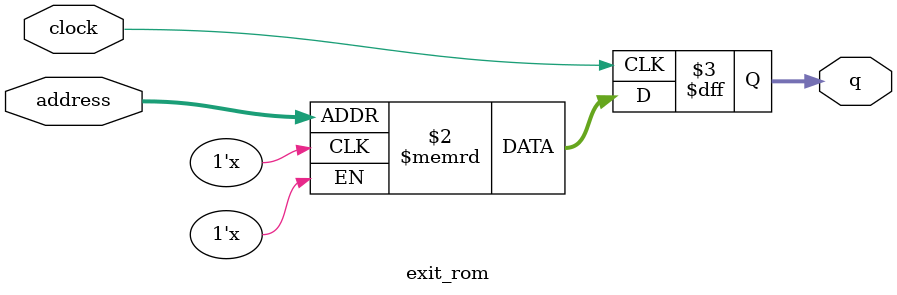
<source format=sv>
module exit_rom (
	input logic clock,
	input logic [10:0] address,
	output logic [3:0] q
);

logic [3:0] memory [0:2047] /* synthesis ram_init_file = "./exit/exit.mif" */;

always_ff @ (posedge clock) begin
	q <= memory[address];
end

endmodule

</source>
